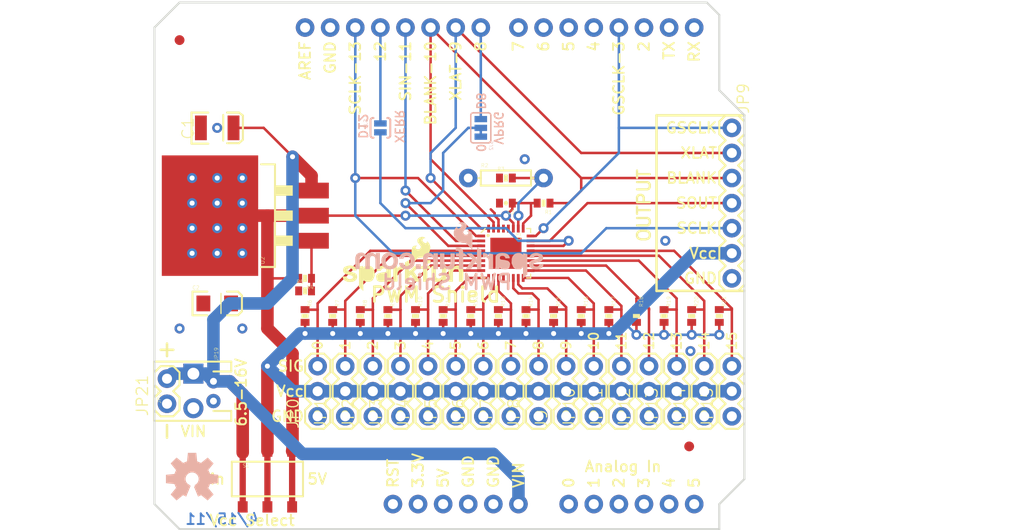
<source format=kicad_pcb>
(kicad_pcb (version 20211014) (generator pcbnew)
  (layers (0 "F.Cu" signal) (31 "B.Cu" signal) (34 "B.Paste" user) (35 "F.Paste" user) (36 "B.SilkS" user "B.Silkscreen") (37 "F.SilkS" user "F.Silkscreen") (38 "B.Mask" user) (39 "F.Mask" user) (44 "Edge.Cuts" user))
  (net 0 "")
  (net 1 "VCC")
  (net 2 "GND")
  (net 3 "N$8")
  (net 4 "SCLK")
  (net 5 "SIN")
  (net 6 "SOUT")
  (net 7 "XLAT")
  (net 8 "GSCLK")
  (net 9 "BLANK")
  (net 10 "XERR")
  (net 11 "OUT0")
  (net 12 "OUT2")
  (net 13 "OUT1")
  (net 14 "OUT3")
  (net 15 "OUT4")
  (net 16 "OUT5")
  (net 17 "OUT6")
  (net 18 "OUT7")
  (net 19 "OUT8")
  (net 20 "OUT9")
  (net 21 "OUT10")
  (net 22 "OUT11")
  (net 23 "OUT12")
  (net 24 "OUT13")
  (net 25 "OUT14")
  (net 26 "OUT15")
  (net 27 "VPRG")
  (net 28 "D8")
  (net 29 "D12")
  (net 30 "VIN")
  (net 31 "N$2")
  (net 32 "5V")
  (footprint "boardEagle:0402-RES" (layer "F.Cu") (at 158.0261 98.6536 180)
    (fp_text reference "R1")
    (fp_text value "10k")
  )
  (footprint "boardEagle:1X03" (layer "F.Cu") (at 143.5481 120.2436 90)
    (fp_text reference "JP3")
    (fp_text value "OUT")
  )
  (footprint "boardEagle:1X03" (layer "F.Cu") (at 168.6941 120.2436 90)
    (fp_text reference "JP12")
    (fp_text value "OUT")
  )
  (footprint "boardEagle:1X03" (layer "F.Cu") (at 160.3121 120.2436 90)
    (fp_text reference "J9")
    (fp_text value "OUT")
  )
  (footprint "boardEagle:EIA3216" (layer "F.Cu") (at 125.0061 108.8136)
    (fp_text reference "C2")
    (fp_text value "10uF")
  )
  (footprint "boardEagle:0402-RES" (layer "F.Cu") (at 154.2161 96.1136)
    (fp_text reference "R3")
    (fp_text value "2.2k")
  )
  (footprint "boardEagle:0402-RES" (layer "F.Cu") (at 133.8961 110.0836 -90)
    (fp_text reference "R6")
    (fp_text value "2.2k")
  )
  (footprint "boardEagle:FIDUCIAL-1X2" (layer "F.Cu") (at 172.7581 123.2916)
    (fp_text reference "JP22" hide)
    (fp_text value "FIDUCIAL1X2" hide)
  )
  (footprint "boardEagle:0402-RES" (layer "F.Cu") (at 153.4541 110.0836 -90)
    (fp_text reference "R13")
    (fp_text value "2.2k")
  )
  (footprint "boardEagle:0402-RES" (layer "F.Cu") (at 147.8661 110.0836 -90)
    (fp_text reference "R11")
    (fp_text value "2.2k")
  )
  (footprint "boardEagle:1X07" (layer "F.Cu") (at 177.0761 91.0336 -90)
    (fp_text reference "JP9")
    (fp_text value "")
  )
  (footprint "boardEagle:SFE-NEW-WEB" (layer "F.Cu") (at 137.7061 107.5436)
    (fp_text reference "JP18" hide)
    (fp_text value "LOGO-SFENW2" hide)
  )
  (footprint "boardEagle:1X03" (layer "F.Cu") (at 163.1061 120.2436 90)
    (fp_text reference "JP10")
    (fp_text value "OUT")
  )
  (footprint "boardEagle:JST-2-PTH" (layer "F.Cu") (at 124.6251 117.7036 90)
    (fp_text reference "JP20")
    (fp_text value "JST")
  )
  (footprint "boardEagle:AXIAL-0.3" (layer "F.Cu") (at 154.2161 96.1136)
    (fp_text reference "R2")
    (fp_text value "R2" hide)
  )
  (footprint "boardEagle:D2PACK_A" (layer "F.Cu") (at 126.2761 99.9236 90)
    (fp_text reference "U2")
    (fp_text value "V_REG_LD1085D2")
  )
  (footprint "boardEagle:AYZ0202" (layer "F.Cu") (at 130.0861 126.5936)
    (fp_text reference "S1")
    (fp_text value "DPDT")
  )
  (footprint "boardEagle:1X03" (layer "F.Cu") (at 151.9301 120.2436 90)
    (fp_text reference "JP6")
    (fp_text value "OUT")
  )
  (footprint "boardEagle:CREATIVE_COMMONS" (layer "F.Cu") (at 123.7361 120.2436)
    (fp_text reference "U$2" hide)
    (fp_text value "CREATIVE_COMMONS" hide)
  )
  (footprint "boardEagle:SCREWTERMINAL-3.5MM-2-NS" (layer "F.Cu") (at 122.5931 115.9256 -90)
    (fp_text reference "JP19")
    (fp_text value "SCREW")
  )
  (footprint "boardEagle:SFE-LOGO-FLAME" (layer "F.Cu") (at 144.6911 104.8766)
    (fp_text reference "JP17" hide)
    (fp_text value "LOGO-SFESK" hide)
  )
  (footprint "boardEagle:0402-RES" (layer "F.Cu") (at 142.2781 110.0836 -90)
    (fp_text reference "R9")
    (fp_text value "2.2k")
  )
  (footprint "boardEagle:1X03" (layer "F.Cu") (at 174.2821 120.2436 90)
    (fp_text reference "JP14")
    (fp_text value "OUT")
  )
  (footprint "boardEagle:1X03" (layer "F.Cu") (at 154.7241 120.2436 90)
    (fp_text reference "JP7")
    (fp_text value "OUT")
  )
  (footprint "boardEagle:0402-RES" (layer "F.Cu") (at 159.0421 110.0836 -90)
    (fp_text reference "R15")
    (fp_text value "2.2k")
  )
  (footprint "boardEagle:0402-RES" (layer "F.Cu") (at 139.4841 110.0836 -90)
    (fp_text reference "R8")
    (fp_text value "2.2k")
  )
  (footprint "boardEagle:DUEMILANOVE_SHIELD_NOLABELS" (layer "F.Cu") (at 118.6561 78.3336 -90)
    (fp_text reference "U1" hide)
    (fp_text value "ARDUINO_SHIELDNOLABELS" hide)
  )
  (footprint "boardEagle:0402-RES" (layer "F.Cu") (at 173.0121 110.0836 -90)
    (fp_text reference "R20")
    (fp_text value "2.2k")
  )
  (footprint "boardEagle:0402-RES" (layer "F.Cu") (at 133.8961 107.5436)
    (fp_text reference "R5")
    (fp_text value "715")
  )
  (footprint "boardEagle:EIA3528" (layer "F.Cu") (at 125.0061 91.0336)
    (fp_text reference "C1")
    (fp_text value "10uF")
  )
  (footprint "boardEagle:0402-RES" (layer "F.Cu") (at 150.6601 110.0836 -90)
    (fp_text reference "R12")
    (fp_text value "2.2k")
  )
  (footprint "boardEagle:1X03" (layer "F.Cu") (at 165.9001 120.2436 90)
    (fp_text reference "JP11")
    (fp_text value "OUT")
  )
  (footprint "boardEagle:0402-RES" (layer "F.Cu") (at 136.6901 110.0836 -90)
    (fp_text reference "R7")
    (fp_text value "2.2k")
  )
  (footprint "boardEagle:0402-CAP" (layer "F.Cu") (at 154.2161 98.6536 180)
    (fp_text reference "C3")
    (fp_text value "0.1uF")
  )
  (footprint "boardEagle:0402-RES" (layer "F.Cu") (at 167.4241 110.0836 -90)
    (fp_text reference "R18")
    (fp_text value "2.2k")
  )
  (footprint "boardEagle:FIDUCIAL-1X2" (layer "F.Cu") (at 121.1961 82.1436)
    (fp_text reference "JP23" hide)
    (fp_text value "FIDUCIAL1X2" hide)
  )
  (footprint "boardEagle:1X03" (layer "F.Cu") (at 146.3421 120.2436 90)
    (fp_text reference "JP4")
    (fp_text value "OUT")
  )
  (footprint "boardEagle:1X03" (layer "F.Cu") (at 140.7541 120.2436 90)
    (fp_text reference "JP2")
    (fp_text value "OUT")
  )
  (footprint "boardEagle:1X03" (layer "F.Cu") (at 171.4881 120.2436 90)
    (fp_text reference "JP13")
    (fp_text value "OUT")
  )
  (footprint "boardEagle:0402-RES" (layer "F.Cu") (at 164.6301 110.0836 -90)
    (fp_text reference "R17")
    (fp_text value "2.2k")
  )
  (footprint "boardEagle:0402-RES" (layer "F.Cu") (at 156.2481 110.0836 -90)
    (fp_text reference "R14")
    (fp_text value "2.2k")
  )
  (footprint "boardEagle:1X03" (layer "F.Cu") (at 135.1661 120.2436 90)
    (fp_text reference "JP0")
    (fp_text value "OUT")
  )
  (footprint "boardEagle:0402-RES" (layer "F.Cu") (at 170.2181 110.0836 -90)
    (fp_text reference "R19")
    (fp_text value "2.2k")
  )
  (footprint "boardEagle:1X03" (layer "F.Cu") (at 177.0761 120.2436 90)
    (fp_text reference "JP15")
    (fp_text value "OUT")
  )
  (footprint "boardEagle:0402-RES" (layer "F.Cu") (at 145.0721 110.0836 -90)
    (fp_text reference "R10")
    (fp_text value "2.2k")
  )
  (footprint "boardEagle:1X03" (layer "F.Cu") (at 157.5181 120.2436 90)
    (fp_text reference "JP8")
    (fp_text value "OUT")
  )
  (footprint "boardEagle:0402-RES" (layer "F.Cu") (at 175.8061 110.0836 -90)
    (fp_text reference "R21")
    (fp_text value "2.2k")
  )
  (footprint "boardEagle:0402-RES" (layer "F.Cu") (at 133.8961 106.2736 180)
    (fp_text reference "R4")
    (fp_text value "240")
  )
  (footprint "boardEagle:1X03" (layer "F.Cu") (at 137.9601 120.2436 90)
    (fp_text reference "JP1")
    (fp_text value "OUT")
  )
  (footprint "boardEagle:1X02" (layer "F.Cu") (at 119.9261 118.9736 90)
    (fp_text reference "JP21")
    (fp_text value "PTH")
  )
  (footprint "boardEagle:QFN-32" (layer "F.Cu") (at 154.2161 103.7336 -90)
    (fp_text reference "U3")
    (fp_text value "TLC5940-RHB")
  )
  (footprint "boardEagle:0402-RES" (layer "F.Cu") (at 161.8361 110.0836 -90)
    (fp_text reference "R16")
    (fp_text value "2.2k")
  )
  (footprint "boardEagle:1X03" (layer "F.Cu") (at 149.1361 120.2436 90)
    (fp_text reference "JP5")
    (fp_text value "OUT")
  )
  (footprint "boardEagle:SJ_2S-NO" (layer "B.Cu") (at 141.5161 91.0336 -90)
    (fp_text reference "SJ1")
    (fp_text value "XERR")
  )
  (footprint "boardEagle:OSHW-LOGO-GO" (layer "B.Cu") (at 122.4661 126.5936 180)
    (fp_text reference "U$1" hide)
    (fp_text value "OSHW-LOGOORB" hide)
  )
  (footprint "boardEagle:SFE-NEW-WEBLOGO" (layer "B.Cu") (at 158.0261 106.2736 180)
    (fp_text reference "JP16" hide)
    (fp_text value "LOGO-SFENEW" hide)
  )
  (footprint "boardEagle:SJ_3" (layer "B.Cu") (at 151.6761 91.0336 90)
    (fp_text reference "SJ2")
    (fp_text value "VPRG")
  )
  (gr_line (start 178.3461 107.5436) (end 169.4561 107.5436) (layer "F.SilkS") (width 0.254))
  (gr_line (start 119.2911 113.5126) (end 120.5611 113.5126) (layer "F.SilkS") (width 0.254))
  (gr_line (start 169.4561 107.5436) (end 169.4561 89.7636) (layer "F.SilkS") (width 0.254))
  (gr_line (start 169.4561 89.7636) (end 178.3461 89.7636) (layer "F.SilkS") (width 0.254))
  (gr_line (start 119.9261 112.8776) (end 119.9261 114.1476) (layer "F.SilkS") (width 0.254))
  (gr_line (start 119.9261 121.1326) (end 119.9261 122.4026) (layer "F.SilkS") (width 0.254))
  (gr_line (start 178.3461 89.7636) (end 178.3461 126.5936) (layer "Edge.Cuts") (width 0.2032))
  (gr_line (start 121.1961 78.3336) (end 174.5361 78.3336) (layer "Edge.Cuts") (width 0.2032))
  (gr_line (start 175.8061 79.6036) (end 175.8061 87.2236) (layer "Edge.Cuts") (width 0.2032))
  (gr_line (start 118.6561 129.1336) (end 118.6561 80.8736) (layer "Edge.Cuts") (width 0.2032))
  (gr_line (start 174.5361 78.3336) (end 175.8061 79.6036) (layer "Edge.Cuts") (width 0.2032))
  (gr_line (start 175.8061 131.6736) (end 121.1961 131.6736) (layer "Edge.Cuts") (width 0.2032))
  (gr_line (start 175.8061 129.1336) (end 175.8061 131.6736) (layer "Edge.Cuts") (width 0.2032))
  (gr_line (start 118.6561 80.8736) (end 121.1961 78.3336) (layer "Edge.Cuts") (width 0.2032))
  (gr_line (start 178.3461 126.5936) (end 175.8061 129.1336) (layer "Edge.Cuts") (width 0.2032))
  (gr_line (start 175.8061 87.2236) (end 178.3461 89.7636) (layer "Edge.Cuts") (width 0.2032))
  (gr_line (start 121.1961 131.6736) (end 118.6561 129.1336) (layer "Edge.Cuts") (width 0.2032))
  (gr_text "4/15/11" (at 129.3241 131.2926) (layer "B.Cu") (effects (font (size 1.0795 1.0795) (thickness 0.1905)) (justify left bottom mirror)))
  (gr_text "XERR" (at 143.9291 89.1286 -90) (layer "B.SilkS") (effects (font (size 0.8636 0.8636) (thickness 0.1524)) (justify right top mirror)))
  (gr_text "0" (at 151.1681 93.5736 -90) (layer "B.SilkS") (effects (font (size 0.8636 0.8636) (thickness 0.1524)) (justify left bottom mirror)))
  (gr_text "VPRG" (at 152.9461 92.8116 -90) (layer "B.SilkS") (effects (font (size 0.8636 0.8636) (thickness 0.1524)) (justify left bottom mirror)))
  (gr_text "D8" (at 151.1681 89.2556 -90) (layer "B.SilkS") (effects (font (size 0.8636 0.8636) (thickness 0.1524)) (justify left bottom mirror)))
  (gr_text "PWM Shield" (at 154.9781 107.5436) (layer "B.SilkS") (effects (font (size 1.5113 1.5113) (thickness 0.2667)) (justify left bottom mirror)))
  (gr_text "D12" (at 140.2461 89.5096 -90) (layer "B.SilkS") (effects (font (size 0.8636 0.8636) (thickness 0.1524)) (justify right top mirror)))
  (gr_text "15" (at 177.6476 113.6396 90) (layer "F.SilkS") (effects (font (size 0.97155 0.97155) (thickness 0.17145)) (justify left bottom)))
  (gr_text "OUTPUT" (at 168.9481 102.7176 90) (layer "F.SilkS") (effects (font (size 1.2954 1.2954) (thickness 0.2286)) (justify left bottom)))
  (gr_text "VIN" (at 121.1961 122.4026) (layer "F.SilkS") (effects (font (size 1.0795 1.0795) (thickness 0.1905)) (justify left bottom)))
  (gr_text "Vin" (at 123.2281 127.2286) (layer "F.SilkS") (effects (font (size 1.0795 1.0795) (thickness 0.1905)) (justify left bottom)))
  (gr_text "5" (at 173.9011 127.6096 90) (layer "F.SilkS") (effects (font (size 1.0795 1.0795) (thickness 0.1905)) (justify left bottom)))
  (gr_text "12" (at 169.2656 113.6396 90) (layer "F.SilkS") (effects (font (size 0.97155 0.97155) (thickness 0.17145)) (justify left bottom)))
  (gr_text "8" (at 151.0411 82.1436 90) (layer "F.SilkS") (effects (font (size 1.0795 1.0795) (thickness 0.1905)) (justify right top)))
  (gr_text "Vcc" (at 175.6791 103.0986) (layer "F.SilkS") (effects (font (size 1.0795 1.0795) (thickness 0.1905)) (justify right top)))
  (gr_text "2" (at 166.2811 127.6096 90) (layer "F.SilkS") (effects (font (size 1.0795 1.0795) (thickness 0.1905)) (justify left bottom)))
  (gr_text "7" (at 154.8511 82.1436 90) (layer "F.SilkS") (effects (font (size 1.0795 1.0795) (thickness 0.1905)) (justify right top)))
  (gr_text "TX" (at 170.0911 82.1436 90) (layer "F.SilkS") (effects (font (size 1.0795 1.0795) (thickness 0.1905)) (justify right top)))
  (gr_text "GND" (at 153.5811 127.6096 90) (layer "F.SilkS") (effects (font (size 1.0795 1.0795) (thickness 0.1905)) (justify left bottom)))
  (gr_text "GND" (at 135.8011 82.1436 90) (layer "F.SilkS") (effects (font (size 1.0795 1.0795) (thickness 0.1905)) (justify right top)))
  (gr_text "RX" (at 172.6311 82.1436 90) (layer "F.SilkS") (effects (font (size 1.0795 1.0795) (thickness 0.1905)) (justify right top)))
  (gr_text "0" (at 135.7376 113.6396 90) (layer "F.SilkS") (effects (font (size 0.97155 0.97155) (thickness 0.17145)) (justify left bottom)))
  (gr_text "Vcc" (at 133.8961 117.0686) (layer "F.SilkS") (effects (font (size 1.0795 1.0795) (thickness 0.1905)) (justify right top)))
  (gr_text "4" (at 162.4711 82.1436 90) (layer "F.SilkS") (effects (font (size 1.0795 1.0795) (thickness 0.1905)) (justify right top)))
  (gr_text "SCLK" (at 175.6791 100.5586) (layer "F.SilkS") (effects (font (size 1.0795 1.0795) (thickness 0.1905)) (justify right top)))
  (gr_text "0" (at 161.2011 127.6096 90) (layer "F.SilkS") (effects (font (size 1.0795 1.0795) (thickness 0.1905)) (justify left bottom)))
  (gr_text "5V" (at 134.0231 127.2286) (layer "F.SilkS") (effects (font (size 1.0795 1.0795) (thickness 0.1905)) (justify left bottom)))
  (gr_text "9" (at 160.8836 113.6396 90) (layer "F.SilkS") (effects (font (size 0.97155 0.97155) (thickness 0.17145)) (justify left bottom)))
  (gr_text "3" (at 168.8211 127.6096 90) (layer "F.SilkS") (effects (font (size 1.0795 1.0795) (thickness 0.1905)) (justify left bottom)))
  (gr_text "XLAT-9" (at 148.5011 82.1436 90) (layer "F.SilkS") (effects (font (size 1.0795 1.0795) (thickness 0.1905)) (justify right top)))
  (gr_text "8" (at 158.0896 113.6396 90) (layer "F.SilkS") (effects (font (size 0.97155 0.97155) (thickness 0.17145)) (justify left bottom)))
  (gr_text "1" (at 163.7411 127.6096 90) (layer "F.SilkS") (effects (font (size 1.0795 1.0795) (thickness 0.1905)) (justify left bottom)))
  (gr_text "BLANK-10" (at 145.9611 82.1436 90) (layer "F.SilkS") (effects (font (size 1.0795 1.0795) (thickness 0.1905)) (justify right top)))
  (gr_text "GSCLK" (at 175.6791 90.3986) (layer "F.SilkS") (effects (font (size 1.0795 1.0795) (thickness 0.1905)) (justify right top)))
  (gr_text "SIN-11" (at 143.4211 82.1436 90) (layer "F.SilkS") (effects (font (size 1.0795 1.0795) (thickness 0.1905)) (justify right top)))
  (gr_text "GSCLK-3" (at 165.0111 82.1436 90) (layer "F.SilkS") (effects (font (size 1.0795 1.0795) (thickness 0.1905)) (justify right top)))
  (gr_text "XLAT" (at 175.6791 92.9386) (layer "F.SilkS") (effects (font (size 1.0795 1.0795) (thickness 0.1905)) (justify right top)))
  (gr_text "13" (at 172.0596 113.6396 90) (layer "F.SilkS") (effects (font (size 0.97155 0.97155) (thickness 0.17145)) (justify left bottom)))
  (gr_text "1" (at 138.5316 113.6396 90) (layer "F.SilkS") (effects (font (size 0.97155 0.97155) (thickness 0.17145)) (justify left bottom)))
  (gr_text "BLANK" (at 175.6791 95.4786) (layer "F.SilkS") (effects (font (size 1.0795 1.0795) (thickness 0.1905)) (justify right top)))
  (gr_text "RST" (at 143.4211 127.6096 90) (layer "F.SilkS") (effects (font (size 1.0795 1.0795) (thickness 0.1905)) (justify left bottom)))
  (gr_text "PWM Shield" (at 140.3731 108.8136) (layer "F.SilkS") (effects (font (size 1.5113 1.5113) (thickness 0.2667)) (justify left bottom)))
  (gr_text "6" (at 157.3911 82.1436 90) (layer "F.SilkS") (effects (font (size 1.0795 1.0795) (thickness 0.1905)) (justify right top)))
  (gr_text "2" (at 141.3256 113.6396 90) (layer "F.SilkS") (effects (font (size 0.97155 0.97155) (thickness 0.17145)) (justify left bottom)))
  (gr_text "GND" (at 133.8961 119.6086) (layer "F.SilkS") (effects (font (size 1.0795 1.0795) (thickness 0.1905)) (justify right top)))
  (gr_text "Vcc Select" (at 124.1171 131.4196) (layer "F.SilkS") (effects (font (size 1.0795 1.0795) (thickness 0.1905)) (justify left bottom)))
  (gr_text "SIG" (at 133.8961 114.5286) (layer "F.SilkS") (effects (font (size 1.0795 1.0795) (thickness 0.1905)) (justify right top)))
  (gr_text "10" (at 163.6776 113.6396 90) (layer "F.SilkS") (effects (font (size 0.97155 0.97155) (thickness 0.17145)) (justify left bottom)))
  (gr_text "SCLK-13" (at 138.3411 82.1436 90) (layer "F.SilkS") (effects (font (size 1.0795 1.0795) (thickness 0.1905)) (justify right top)))
  (gr_text "4" (at 146.9136 113.6396 90) (layer "F.SilkS") (effects (font (size 0.97155 0.97155) (thickness 0.17145)) (justify left bottom)))
  (gr_text "VIN" (at 156.1211 127.6096 90) (layer "F.SilkS") (effects (font (size 1.0795 1.0795) (thickness 0.1905)) (justify left bottom)))
  (gr_text "6" (at 152.5016 113.6396 90) (layer "F.SilkS") (effects (font (size 0.97155 0.97155) (thickness 0.17145)) (justify left bottom)))
  (gr_text "GND" (at 151.0411 127.6096 90) (layer "F.SilkS") (effects (font (size 1.0795 1.0795) (thickness 0.1905)) (justify left bottom)))
  (gr_text "3.3V" (at 145.9611 127.6096 90) (layer "F.SilkS") (effects (font (size 1.0795 1.0795) (thickness 0.1905)) (justify left bottom)))
  (gr_text "5" (at 149.7076 113.6396 90) (layer "F.SilkS") (effects (font (size 0.97155 0.97155) (thickness 0.17145)) (justify left bottom)))
  (gr_text "SOUT" (at 175.6791 98.0186) (layer "F.SilkS") (effects (font (size 1.0795 1.0795) (thickness 0.1905)) (justify right top)))
  (gr_text "11" (at 166.4716 113.6396 90) (layer "F.SilkS") (effects (font (size 0.97155 0.97155) (thickness 0.17145)) (justify left bottom)))
  (gr_text "7" (at 155.2956 113.6396 90) (layer "F.SilkS") (effects (font (size 0.97155 0.97155) (thickness 0.17145)) (justify left bottom)))
  (gr_text "3" (at 144.1196 113.6396 90) (layer "F.SilkS") (effects (font (size 0.97155 0.97155) (thickness 0.17145)) (justify left bottom)))
  (gr_text "5V" (at 148.5011 127.6096 90) (layer "F.SilkS") (effects (font (size 1.0795 1.0795) (thickness 0.1905)) (justify left bottom)))
  (gr_text "5" (at 159.9311 82.1436 90) (layer "F.SilkS") (effects (font (size 1.0795 1.0795) (thickness 0.1905)) (justify right top)))
  (gr_text "12" (at 140.8811 82.1436 90) (layer "F.SilkS") (effects (font (size 1.0795 1.0795) (thickness 0.1905)) (justify right top)))
  (gr_text "AREF" (at 133.2611 82.1436 90) (layer "F.SilkS") (effects (font (size 1.0795 1.0795) (thickness 0.1905)) (justify right top)))
  (gr_text "Analog In" (at 162.0901 125.9586) (layer "F.SilkS") (effects (font (size 1.0795 1.0795) (thickness 0.1905)) (justify left bottom)))
  (gr_text "GND" (at 175.6791 105.6386) (layer "F.SilkS") (effects (font (size 1.0795 1.0795) (thickness 0.1905)) (justify right top)))
  (gr_text "6.5-16V" (at 128.0541 121.3866 90) (layer "F.SilkS") (effects (font (size 1.0795 1.0795) (thickness 0.1905)) (justify left bottom)))
  (gr_text "2" (at 167.5511 82.1436 90) (layer "F.SilkS") (effects (font (size 1.0795 1.0795) (thickness 0.1905)) (justify right top)))
  (gr_text "14" (at 174.8536 113.6396 90) (layer "F.SilkS") (effects (font (size 0.97155 0.97155) (thickness 0.17145)) (justify left bottom)))
  (gr_text "4" (at 171.3611 127.6096 90) (layer "F.SilkS") (effects (font (size 1.0795 1.0795) (thickness 0.1905)) (justify left bottom)))
  (segment (start 130.0861 124.0536) (end 130.0861 123.7686) (width 0.635) (layer "F.Cu") (net 1))
  (segment (start 156.2481 111.8616) (end 156.2481 110.7336) (width 0.254) (layer "F.Cu") (net 1))
  (segment (start 164.6301 111.8616) (end 164.6301 110.7336) (width 0.254) (layer "F.Cu") (net 1))
  (segment (start 130.0861 129.3876) (end 130.0861 124.0536) (width 0.635) (layer "F.Cu") (net 1))
  (segment (start 145.0721 111.8616) (end 145.0721 110.7336) (width 0.254) (layer "F.Cu") (net 1))
  (segment (start 161.8361 111.8616) (end 161.8361 110.7336) (width 0.254) (layer "F.Cu") (net 1))
  (segment (start 133.8961 111.8616) (end 133.8961 110.7336) (width 0.254) (layer "F.Cu") (net 1))
  (segment (start 130.0861 124.0536) (end 130.0861 123.7996) (width 0.635) (layer "F.Cu") (net 1))
  (segment (start 130.0861 123.7686) (end 130.0861 115.1636) (width 1.27) (layer "F.Cu") (net 1))
  (segment (start 173.0121 111.9886) (end 173.0121 110.7336) (width 0.254) (layer "F.Cu") (net 1))
  (segment (start 136.6901 111.8616) (end 136.6901 110.7336) (width 0.254) (layer "F.Cu") (net 1))
  (segment (start 139.4841 111.8616) (end 139.4841 110.7336) (width 0.254) (layer "F.Cu") (net 1))
  (segment (start 159.0421 111.8616) (end 159.0421 110.7336) (width 0.254) (layer "F.Cu") (net 1))
  (segment (start 147.8661 111.8616) (end 147.8661 110.7336) (width 0.254) (layer "F.Cu") (net 1))
  (segment (start 153.4541 111.8616) (end 153.4541 110.7336) (width 0.254) (layer "F.Cu") (net 1))
  (segment (start 175.8061 111.9886) (end 175.8061 110.7336) (width 0.254) (layer "F.Cu") (net 1))
  (segment (start 150.6601 111.8616) (end 150.6601 110.7336) (width 0.254) (layer "F.Cu") (net 1))
  (segment (start 167.4241 111.9886) (end 167.4241 110.7336) (width 0.254) (layer "F.Cu") (net 1))
  (segment (start 142.2781 111.8616) (end 142.2781 110.7336) (width 0.254) (layer "F.Cu") (net 1))
  (segment (start 170.2181 111.9886) (end 170.2181 110.7336) (width 0.254) (layer "F.Cu") (net 1))
  (via (at 139.4841 111.8616) (size 1.016) (drill 0.508) (layers "F.Cu" "B.Cu") (net 1))
  (via (at 175.8061 111.9886) (size 1.016) (drill 0.508) (layers "F.Cu" "B.Cu") (net 1))
  (via (at 159.0421 111.8616) (size 1.016) (drill 0.508) (layers "F.Cu" "B.Cu") (net 1))
  (via (at 150.6601 111.8616) (size 1.016) (drill 0.508) (layers "F.Cu" "B.Cu") (net 1))
  (via (at 156.2481 111.8616) (size 1.016) (drill 0.508) (layers "F.Cu" "B.Cu") (net 1))
  (via (at 164.6301 111.8616) (size 1.016) (drill 0.508) (layers "F.Cu" "B.Cu") (net 1))
  (via (at 161.8361 111.8616) (size 1.016) (drill 0.508) (layers "F.Cu" "B.Cu") (net 1))
  (via (at 133.8961 111.8616) (size 1.016) (drill 0.508) (layers "F.Cu" "B.Cu") (net 1))
  (via (at 130.0861 115.1636) (size 1.016) (drill 0.508) (layers "F.Cu" "B.Cu") (net 1))
  (via (at 142.2781 111.8616) (size 1.016) (drill 0.508) (layers "F.Cu" "B.Cu") (net 1))
  (via (at 173.0121 111.9886) (size 1.016) (drill 0.508) (layers "F.Cu" "B.Cu") (net 1))
  (via (at 136.6901 111.8616) (size 1.016) (drill 0.508) (layers "F.Cu" "B.Cu") (net 1))
  (via (at 145.0721 111.8616) (size 1.016) (drill 0.508) (layers "F.Cu" "B.Cu") (net 1))
  (via (at 147.8661 111.8616) (size 1.016) (drill 0.508) (layers "F.Cu" "B.Cu") (net 1))
  (via (at 170.2181 111.9886) (size 1.016) (drill 0.508) (layers "F.Cu" "B.Cu") (net 1))
  (via (at 153.4541 111.8616) (size 1.016) (drill 0.508) (layers "F.Cu" "B.Cu") (net 1))
  (via (at 167.4241 111.9886) (size 1.016) (drill 0.508) (layers "F.Cu" "B.Cu") (net 1))
  (segment (start 154.7241 117.7036) (end 157.5181 117.7036) (width 1.27) (layer "B.Cu") (net 1))
  (segment (start 133.8961 111.8616) (end 136.6901 111.8616) (width 1.27) (layer "B.Cu") (net 1))
  (segment (start 147.8661 111.8616) (end 150.6601 111.8616) (width 1.27) (layer "B.Cu") (net 1))
  (segment (start 160.3121 117.7036) (end 163.1061 117.7036) (width 1.27) (layer "B.Cu") (net 1))
  (segment (start 142.2781 111.8616) (end 145.0721 111.8616) (width 1.27) (layer "B.Cu") (net 1))
  (segment (start 149.1361 117.7036) (end 151.9301 117.7036) (width 1.27) (layer "B.Cu") (net 1))
  (segment (start 146.3421 117.7036) (end 149.1361 117.7036) (width 1.27) (layer "B.Cu") (net 1))
  (segment (start 151.9301 117.7036) (end 154.7241 117.7036) (width 1.27) (layer "B.Cu") (net 1))
  (segment (start 130.0861 115.1636) (end 133.3881 111.8616) (width 1.27) (layer "B.Cu") (net 1))
  (segment (start 170.2181 111.9886) (end 173.0121 111.9886) (width 0.254) (layer "B.Cu") (net 1))
  (segment (start 174.2821 117.7036) (end 177.0761 117.7036) (width 1.27) (layer "B.Cu") (net 1))
  (segment (start 136.6901 111.8616) (end 139.4841 111.8616) (width 1.27) (layer "B.Cu") (net 1))
  (segment (start 165.9001 117.7036) (end 168.6941 117.7036) (width 1.27) (layer "B.Cu") (net 1))
  (segment (start 130.0861 115.1636) (end 132.6261 117.7036) (width 1.27) (layer "B.Cu") (net 1))
  (segment (start 140.7541 117.7036) (end 143.5481 117.7036) (width 1.27) (layer "B.Cu") (net 1))
  (segment (start 167.4241 111.9886) (end 170.2181 111.9886) (width 0.254) (layer "B.Cu") (net 1))
  (segment (start 139.4841 111.8616) (end 142.2781 111.8616) (width 1.27) (layer "B.Cu") (net 1))
  (segment (start 143.5481 117.7036) (end 146.3421 117.7036) (width 1.27) (layer "B.Cu") (net 1))
  (segment (start 157.5181 117.7036) (end 160.3121 117.7036) (width 1.27) (layer "B.Cu") (net 1))
  (segment (start 137.9601 117.7036) (end 140.7541 117.7036) (width 1.27) (layer "B.Cu") (net 1))
  (segment (start 156.2481 111.8616) (end 159.0421 111.8616) (width 1.27) (layer "B.Cu") (net 1))
  (segment (start 161.8361 111.8616) (end 164.6301 111.8616) (width 1.27) (layer "B.Cu") (net 1))
  (segment (start 166.2176 110.7821) (end 173.2661 103.7336) (width 1.27) (layer "B.Cu") (net 1))
  (segment (start 173.0121 111.9886) (end 175.8061 111.9886) (width 0.254) (layer "B.Cu") (net 1))
  (segment (start 153.4541 111.8616) (end 156.2481 111.8616) (width 1.27) (layer "B.Cu") (net 1))
  (segment (start 163.1061 117.7036) (end 165.9001 117.7036) (width 1.27) (layer "B.Cu") (net 1))
  (segment (start 150.6601 111.8616) (end 153.4541 111.8616) (width 1.27) (layer "B.Cu") (net 1))
  (segment (start 173.2661 103.7336) (end 177.0761 103.7336) (width 1.27) (layer "B.Cu") (net 1))
  (segment (start 133.3881 111.8616) (end 133.8961 111.8616) (width 1.27) (layer "B.Cu") (net 1))
  (segment (start 135.1661 117.7036) (end 137.9601 117.7036) (width 1.27) (layer "B.Cu") (net 1))
  (segment (start 164.6301 111.8616) (end 165.1381 111.8616) (width 1.27) (layer "B.Cu") (net 1))
  (segment (start 166.2176 110.7821) (end 167.4241 111.9886) (width 0.254) (layer "B.Cu") (net 1))
  (segment (start 168.6941 117.7036) (end 171.4881 117.7036) (width 1.27) (layer "B.Cu") (net 1))
  (segment (start 171.4881 117.7036) (end 174.2821 117.7036) (width 1.27) (layer "B.Cu") (net 1))
  (segment (start 159.0421 111.8616) (end 161.8361 111.8616) (width 1.27) (layer "B.Cu") (net 1))
  (segment (start 145.0721 111.8616) (end 147.8661 111.8616) (width 1.27) (layer "B.Cu") (net 1))
  (segment (start 132.6261 117.7036) (end 135.1661 117.7036) (width 1.27) (layer "B.Cu") (net 1))
  (segment (start 165.1381 111.8616) (end 166.2176 110.7821) (width 1.27) (layer "B.Cu") (net 1))
  (segment (start 153.4661 101.2336) (end 153.4661 100.3166) (width 0.254) (layer "F.Cu") (net 2))
  (segment (start 153.4661 100.3166) (end 153.0731 99.9236) (width 0.254) (layer "F.Cu") (net 2))
  (segment (start 153.0731 99.6696) (end 152.6921 99.2886) (width 0.254) (layer "F.Cu") (net 2))
  (segment (start 153.0731 99.9236) (end 153.0731 99.6696) (width 0.254) (layer "F.Cu") (net 2))
  (via (at 121.1961 111.3536) (size 1.016) (drill 0.508) (layers "F.Cu" "B.Cu") (net 2))
  (via (at 127.5461 111.3536) (size 1.016) (drill 0.508) (layers "F.Cu" "B.Cu") (net 2))
  (via (at 172.8851 113.6396) (size 1.016) (drill 0.508) (layers "F.Cu" "B.Cu") (net 2))
  (via (at 170.3451 102.4636) (size 1.016) (drill 0.508) (layers "F.Cu" "B.Cu") (net 2))
  (via (at 156.1211 94.2086) (size 1.016) (drill 0.508) (layers "F.Cu" "B.Cu") (net 2))
  (via (at 125.0061 91.0336) (size 1.016) (drill 0.508) (layers "F.Cu" "B.Cu") (net 2))
  (segment (start 155.4661 99.9436) (end 155.4861 99.9236) (width 0.254) (layer "F.Cu") (net 3))
  (segment (start 158.0261 96.1136) (end 154.8661 96.1136) (width 0.254) (layer "F.Cu") (net 3))
  (segment (start 155.4661 101.2336) (end 155.4661 99.9436) (width 0.254) (layer "F.Cu") (net 3))
  (via (at 155.4861 99.9236) (size 1.016) (drill 0.508) (layers "F.Cu" "B.Cu") (net 3))
  (segment (start 155.4861 99.9236) (end 155.4861 98.6536) (width 0.254) (layer "B.Cu") (net 3))
  (segment (start 155.4861 98.6536) (end 158.0261 96.1136) (width 0.254) (layer "B.Cu") (net 3))
  (segment (start 145.3261 96.1136) (end 151.1961 101.9836) (width 0.254) (layer "F.Cu") (net 4))
  (segment (start 138.9761 96.1136) (end 145.3261 96.1136) (width 0.254) (layer "F.Cu") (net 4))
  (segment (start 151.1961 101.9836) (end 151.7161 101.9836) (width 0.254) (layer "F.Cu") (net 4))
  (via (at 138.9761 96.1136) (size 1.016) (drill 0.508) (layers "F.Cu" "B.Cu") (net 4))
  (segment (start 164.3761 101.1936) (end 177.0761 101.1936) (width 0.254) (layer "B.Cu") (net 4))
  (segment (start 142.7861 103.7336) (end 161.8361 103.7336) (width 0.254) (layer "B.Cu") (net 4))
  (segment (start 142.7861 103.7336) (end 138.9761 99.9236) (width 0.254) (layer "B.Cu") (net 4))
  (segment (start 138.9761 99.9236) (end 138.9761 96.1136) (width 0.254) (layer "B.Cu") (net 4))
  (segment (start 138.9761 96.1136) (end 138.9761 80.8736) (width 0.254) (layer "B.Cu") (net 4))
  (segment (start 161.8361 103.7336) (end 164.3761 101.1936) (width 0.254) (layer "B.Cu") (net 4))
  (segment (start 144.0561 97.3836) (end 149.1561 102.4836) (width 0.254) (layer "F.Cu") (net 5))
  (segment (start 149.1561 102.4836) (end 151.7161 102.4836) (width 0.254) (layer "F.Cu") (net 5))
  (via (at 144.0561 97.3836) (size 1.016) (drill 0.508) (layers "F.Cu" "B.Cu") (net 5))
  (segment (start 144.0561 97.3836) (end 144.0561 80.8736) (width 0.254) (layer "B.Cu") (net 5))
  (segment (start 156.7161 102.4836) (end 158.6411 102.4836) (width 0.254) (layer "F.Cu") (net 6))
  (segment (start 162.4711 98.6536) (end 177.0761 98.6536) (width 0.254) (layer "F.Cu") (net 6))
  (segment (start 158.6411 102.4836) (end 162.4711 98.6536) (width 0.254) (layer "F.Cu") (net 6))
  (segment (start 152.4661 101.2336) (end 151.7161 101.2336) (width 0.254) (layer "F.Cu") (net 7))
  (segment (start 151.0411 82.7786) (end 151.6761 83.4136) (width 0.254) (layer "F.Cu") (net 7))
  (segment (start 149.1361 80.8736) (end 151.0411 82.7786) (width 0.254) (layer "F.Cu") (net 7))
  (segment (start 151.0411 82.7786) (end 161.8361 93.5736) (width 0.254) (layer "F.Cu") (net 7))
  (segment (start 161.8361 93.5736) (end 177.0761 93.5736) (width 0.254) (layer "F.Cu") (net 7))
  (segment (start 151.7161 101.2336) (end 146.5961 96.1136) (width 0.254) (layer "F.Cu") (net 7))
  (via (at 146.5961 96.1136) (size 1.016) (drill 0.508) (layers "F.Cu" "B.Cu") (net 7))
  (segment (start 146.5961 93.5736) (end 149.1361 91.0336) (width 0.254) (layer "B.Cu") (net 7))
  (segment (start 146.5961 96.1136) (end 146.5961 93.5736) (width 0.254) (layer "B.Cu") (net 7))
  (segment (start 149.1361 91.0336) (end 149.1361 80.8736) (width 0.254) (layer "B.Cu") (net 7))
  (segment (start 156.7161 101.9836) (end 157.2361 101.9836) (width 0.254) (layer "F.Cu") (net 8))
  (segment (start 157.2361 101.9836) (end 158.0261 101.1936) (width 0.254) (layer "F.Cu") (net 8))
  (via (at 158.0261 101.1936) (size 1.016) (drill 0.508) (layers "F.Cu" "B.Cu") (net 8))
  (segment (start 158.0261 101.1936) (end 165.6461 93.5736) (width 0.254) (layer "B.Cu") (net 8))
  (segment (start 165.6461 91.0336) (end 177.0761 91.0336) (width 0.254) (layer "B.Cu") (net 8))
  (segment (start 165.6461 91.0336) (end 165.6461 80.8736) (width 0.254) (layer "B.Cu") (net 8))
  (segment (start 165.6461 93.5736) (end 165.6461 91.0336) (width 0.254) (layer "B.Cu") (net 8))
  (segment (start 152.9661 100.5786) (end 146.5961 94.2086) (width 0.254) (layer "F.Cu") (net 9))
  (segment (start 160.5661 98.6536) (end 158.6761 98.6536) (width 0.254) (layer "F.Cu") (net 9))
  (segment (start 161.8361 97.3836) (end 160.5661 98.6536) (width 0.254) (layer "F.Cu") (net 9))
  (segment (start 146.5961 94.2086) (end 146.5961 80.8736) (width 0.254) (layer "F.Cu") (net 9))
  (segment (start 161.8361 96.1136) (end 177.0761 96.1136) (width 0.254) (layer "F.Cu") (net 9))
  (segment (start 146.5961 80.8736) (end 161.8361 96.1136) (width 0.254) (layer "F.Cu") (net 9))
  (segment (start 152.9661 101.2336) (end 152.9661 100.5786) (width 0.254) (layer "F.Cu") (net 9))
  (segment (start 161.8361 96.1136) (end 161.8361 97.3836) (width 0.254) (layer "F.Cu") (net 9))
  (segment (start 160.0461 102.9836) (end 156.7161 102.9836) (width 0.254) (layer "F.Cu") (net 10))
  (segment (start 160.5661 102.4636) (end 160.0461 102.9836) (width 0.254) (layer "F.Cu") (net 10))
  (via (at 160.5661 102.4636) (size 1.016) (drill 0.508) (layers "F.Cu" "B.Cu") (net 10))
  (segment (start 154.2161 101.1936) (end 155.4861 102.4636) (width 0.254) (layer "B.Cu") (net 10))
  (segment (start 155.4861 102.4636) (end 160.5661 102.4636) (width 0.254) (layer "B.Cu") (net 10))
  (segment (start 144.0561 101.1936) (end 141.5161 98.6536) (width 0.254) (layer "B.Cu") (net 10))
  (segment (start 141.5161 98.6536) (end 141.5161 91.4836) (width 0.254) (layer "B.Cu") (net 10))
  (segment (start 144.0561 101.1936) (end 154.2161 101.1936) (width 0.254) (layer "B.Cu") (net 10))
  (segment (start 133.9111 109.4486) (end 133.8961 109.4336) (width 0.254) (layer "F.Cu") (net 11))
  (segment (start 135.1661 109.4486) (end 135.1661 108.8136) (width 0.254) (layer "F.Cu") (net 11))
  (segment (start 135.1661 109.4486) (end 135.1511 109.4336) (width 0.254) (layer "F.Cu") (net 11))
  (segment (start 140.4961 103.4836) (end 151.7161 103.4836) (width 0.254) (layer "F.Cu") (net 11))
  (segment (start 135.1661 108.8136) (end 140.4961 103.4836) (width 0.254) (layer "F.Cu") (net 11))
  (segment (start 135.1661 109.4486) (end 133.9111 109.4486) (width 0.254) (layer "F.Cu") (net 11))
  (segment (start 135.1661 115.1636) (end 135.1661 109.4486) (width 0.254) (layer "F.Cu") (net 11))
  (segment (start 140.7541 109.4486) (end 140.7391 109.4336) (width 0.254) (layer "F.Cu") (net 12))
  (segment (start 140.7541 115.1636) (end 140.7541 109.4486) (width 0.254) (layer "F.Cu") (net 12))
  (segment (start 140.7541 108.3056) (end 144.5761 104.4836) (width 0.254) (layer "F.Cu") (net 12))
  (segment (start 140.7541 109.4486) (end 140.7541 108.3056) (width 0.254) (layer "F.Cu") (net 12))
  (segment (start 144.5761 104.4836) (end 151.7161 104.4836) (width 0.254) (layer "F.Cu") (net 12))
  (segment (start 140.7541 109.4486) (end 139.4991 109.4486) (width 0.254) (layer "F.Cu") (net 12))
  (segment (start 139.4991 109.4486) (end 139.4841 109.4336) (width 0.254) (layer "F.Cu") (net 12))
  (segment (start 140.8811 105.6386) (end 141.5161 105.0036) (width 0.254) (layer "F.Cu") (net 13))
  (segment (start 137.9601 109.4486) (end 137.9601 108.5596) (width 0.254) (layer "F.Cu") (net 13))
  (segment (start 142.5361 103.9836) (end 151.7161 103.9836) (width 0.254) (layer "F.Cu") (net 13))
  (segment (start 137.9601 115.1636) (end 137.9601 109.4486) (width 0.254) (layer "F.Cu") (net 13))
  (segment (start 140.8811 105.6386) (end 142.5361 103.9836) (width 0.254) (layer "F.Cu") (net 13))
  (segment (start 137.9601 109.4486) (end 137.9451 109.4336) (width 0.254) (layer "F.Cu") (net 13))
  (segment (start 137.9451 109.4336) (end 136.6901 109.4336) (width 0.254) (layer "F.Cu") (net 13))
  (segment (start 137.9601 108.5596) (end 140.8811 105.6386) (width 0.254) (layer "F.Cu") (net 13))
  (segment (start 143.5481 109.4486) (end 143.5331 109.4336) (width 0.254) (layer "F.Cu") (net 14))
  (segment (start 143.5481 108.0516) (end 146.6161 104.9836) (width 0.254) (layer "F.Cu") (net 14))
  (segment (start 146.6161 104.9836) (end 151.7161 104.9836) (width 0.254) (layer "F.Cu") (net 14))
  (segment (start 143.5481 109.4486) (end 143.5481 108.0516) (width 0.254) (layer "F.Cu") (net 14))
  (segment (start 142.2931 109.4486) (end 142.2781 109.4336) (width 0.254) (layer "F.Cu") (net 14))
  (segment (start 143.5481 115.1636) (end 143.5481 109.4486) (width 0.254) (layer "F.Cu") (net 14))
  (segment (start 143.5481 109.4486) (end 142.2931 109.4486) (width 0.254) (layer "F.Cu") (net 14))
  (segment (start 146.3271 109.4336) (end 145.0721 109.4336) (width 0.254) (layer "F.Cu") (net 15))
  (segment (start 146.3421 109.4486) (end 146.3421 107.7976) (width 0.254) (layer "F.Cu") (net 15))
  (segment (start 146.3421 109.4486) (end 146.3271 109.4336) (width 0.254) (layer "F.Cu") (net 15))
  (segment (start 146.3421 115.1636) (end 146.3421 109.4486) (width 0.254) (layer "F.Cu") (net 15))
  (segment (start 148.6561 105.4836) (end 151.7161 105.4836) (width 0.254) (layer "F.Cu") (net 15))
  (segment (start 146.3421 107.7976) (end 148.6561 105.4836) (width 0.254) (layer "F.Cu") (net 15))
  (segment (start 149.1361 115.1636) (end 149.1361 109.4486) (width 0.254) (layer "F.Cu") (net 16))
  (segment (start 149.1211 109.4336) (end 147.8661 109.4336) (width 0.254) (layer "F.Cu") (net 16))
  (segment (start 149.1361 107.5436) (end 150.4461 106.2336) (width 0.254) (layer "F.Cu") (net 16))
  (segment (start 150.4461 106.2336) (end 152.4661 106.2336) (width 0.254) (layer "F.Cu") (net 16))
  (segment (start 149.1361 109.4486) (end 149.1361 107.5436) (width 0.254) (layer "F.Cu") (net 16))
  (segment (start 149.1361 109.4486) (end 149.1211 109.4336) (width 0.254) (layer "F.Cu") (net 16))
  (segment (start 152.9661 107.5236) (end 152.9661 106.2336) (width 0.254) (layer "F.Cu") (net 17))
  (segment (start 151.9151 109.4336) (end 150.6601 109.4336) (width 0.254) (layer "F.Cu") (net 17))
  (segment (start 151.9301 109.4486) (end 151.9151 109.4336) (width 0.254) (layer "F.Cu") (net 17))
  (segment (start 151.9301 109.4486) (end 151.9301 108.5596) (width 0.254) (layer "F.Cu") (net 17))
  (segment (start 151.9301 115.1636) (end 151.9301 109.4486) (width 0.254) (layer "F.Cu") (net 17))
  (segment (start 151.9301 108.5596) (end 152.9661 107.5236) (width 0.254) (layer "F.Cu") (net 17))
  (segment (start 154.7091 109.4336) (end 153.4541 109.4336) (width 0.254) (layer "F.Cu") (net 18))
  (segment (start 154.7241 109.4486) (end 154.7091 109.4336) (width 0.254) (layer "F.Cu") (net 18))
  (segment (start 153.4661 107.5556) (end 153.4661 106.2336) (width 0.254) (layer "F.Cu") (net 18))
  (segment (start 154.7241 115.1636) (end 154.7241 109.4486) (width 0.254) (layer "F.Cu") (net 18))
  (segment (start 154.7241 109.4486) (end 154.7241 108.8136) (width 0.254) (layer "F.Cu") (net 18))
  (segment (start 154.7241 108.8136) (end 153.4661 107.5556) (width 0.254) (layer "F.Cu") (net 18))
  (segment (start 157.5181 115.1636) (end 157.5181 109.4486) (width 0.254) (layer "F.Cu") (net 19))
  (segment (start 157.5031 109.4336) (end 156.2481 109.4336) (width 0.254) (layer "F.Cu") (net 19))
  (segment (start 157.5181 108.4326) (end 156.8831 107.7976) (width 0.254) (layer "F.Cu") (net 19))
  (segment (start 156.8831 107.7976) (end 155.4861 107.7976) (width 0.254) (layer "F.Cu") (net 19))
  (segment (start 154.9661 107.2776) (end 154.9661 106.2336) (width 0.254) (layer "F.Cu") (net 19))
  (segment (start 157.5181 109.4486) (end 157.5031 109.4336) (width 0.254) (layer "F.Cu") (net 19))
  (segment (start 157.5181 109.4486) (end 157.5181 108.4326) (width 0.254) (layer "F.Cu") (net 19))
  (segment (start 155.4861 107.7976) (end 154.9661 107.2776) (width 0.254) (layer "F.Cu") (net 19))
  (segment (start 160.2971 109.4336) (end 159.0421 109.4336) (width 0.254) (layer "F.Cu") (net 20))
  (segment (start 160.3121 109.1946) (end 158.4071 107.2896) (width 0.254) (layer "F.Cu") (net 20))
  (segment (start 160.3121 109.4486) (end 160.2971 109.4336) (width 0.254) (layer "F.Cu") (net 20))
  (segment (start 160.3121 109.4486) (end 160.3121 109.1946) (width 0.254) (layer "F.Cu") (net 20))
  (segment (start 160.3121 115.1636) (end 160.3121 109.4486) (width 0.254) (layer "F.Cu") (net 20))
  (segment (start 155.4661 106.8886) (end 155.4661 106.2336) (width 0.254) (layer "F.Cu") (net 20))
  (segment (start 155.8671 107.2896) (end 155.4661 106.8886) (width 0.254) (layer "F.Cu") (net 20))
  (segment (start 158.4071 107.2896) (end 155.8671 107.2896) (width 0.254) (layer "F.Cu") (net 20))
  (segment (start 160.5261 106.2336) (end 155.9661 106.2336) (width 0.254) (layer "F.Cu") (net 21))
  (segment (start 163.1061 109.4486) (end 163.0911 109.4336) (width 0.254) (layer "F.Cu") (net 21))
  (segment (start 163.1061 108.8136) (end 160.5261 106.2336) (width 0.254) (layer "F.Cu") (net 21))
  (segment (start 163.1061 115.1636) (end 163.1061 109.4486) (width 0.254) (layer "F.Cu") (net 21))
  (segment (start 163.0911 109.4336) (end 161.8361 109.4336) (width 0.254) (layer "F.Cu") (net 21))
  (segment (start 163.1061 109.4486) (end 163.1061 108.8136) (width 0.254) (layer "F.Cu") (net 21))
  (segment (start 165.9001 109.4486) (end 165.9001 109.0676) (width 0.254) (layer "F.Cu") (net 22))
  (segment (start 165.9001 109.0676) (end 162.3161 105.4836) (width 0.254) (layer "F.Cu") (net 22))
  (segment (start 165.9001 109.4486) (end 165.8851 109.4336) (width 0.254) (layer "F.Cu") (net 22))
  (segment (start 165.8851 109.4336) (end 164.6301 109.4336) (width 0.254) (layer "F.Cu") (net 22))
  (segment (start 162.3161 105.4836) (end 156.7161 105.4836) (width 0.254) (layer "F.Cu") (net 22))
  (segment (start 165.9001 115.1636) (end 165.9001 109.4486) (width 0.254) (layer "F.Cu") (net 22))
  (segment (start 167.5511 108.1786) (end 167.4241 108.3056) (width 0.254) (layer "F.Cu") (net 23))
  (segment (start 168.6941 109.4486) (end 168.6941 115.1636) (width 0.254) (layer "F.Cu") (net 23))
  (segment (start 168.6941 109.4486) (end 168.6791 109.4336) (width 0.254) (layer "F.Cu") (net 23))
  (segment (start 168.6941 109.3216) (end 168.6941 109.4486) (width 0.254) (layer "F.Cu") (net 23))
  (segment (start 156.7161 104.9836) (end 164.3561 104.9836) (width 0.254) (layer "F.Cu") (net 23))
  (segment (start 164.3561 104.9836) (end 167.5511 108.1786) (width 0.254) (layer "F.Cu") (net 23))
  (segment (start 167.4241 108.3056) (end 167.4241 109.4336) (width 0.254) (layer "F.Cu") (net 23))
  (segment (start 167.5511 108.1786) (end 168.6941 109.3216) (width 0.254) (layer "F.Cu") (net 23))
  (segment (start 156.7161 104.4836) (end 167.6661 104.4836) (width 0.254) (layer "F.Cu") (net 24))
  (segment (start 171.4731 109.4336) (end 170.2181 109.4336) (width 0.254) (layer "F.Cu") (net 24))
  (segment (start 171.4881 108.3056) (end 171.4881 109.4486) (width 0.254) (layer "F.Cu") (net 24))
  (segment (start 171.4881 109.4486) (end 171.4731 109.4336) (width 0.254) (layer "F.Cu") (net 24))
  (segment (start 167.6661 104.4836) (end 171.4881 108.3056) (width 0.254) (layer "F.Cu") (net 24))
  (segment (start 171.4881 109.4486) (end 171.4881 115.1636) (width 0.254) (layer "F.Cu") (net 24))
  (segment (start 174.2821 109.4486) (end 174.2671 109.4336) (width 0.254) (layer "F.Cu") (net 25))
  (segment (start 156.7161 103.9836) (end 169.7061 103.9836) (width 0.254) (layer "F.Cu") (net 25))
  (segment (start 174.2671 109.4336) (end 173.0121 109.4336) (width 0.254) (layer "F.Cu") (net 25))
  (segment (start 174.2821 108.5596) (end 174.2821 109.4486) (width 0.254) (layer "F.Cu") (net 25))
  (segment (start 174.2821 109.4486) (end 174.2821 115.1636) (width 0.254) (layer "F.Cu") (net 25))
  (segment (start 169.7061 103.9836) (end 174.2821 108.5596) (width 0.254) (layer "F.Cu") (net 25))
  (segment (start 171.2381 103.4836) (end 177.0761 109.3216) (width 0.254) (layer "F.Cu") (net 26))
  (segment (start 177.0611 109.4336) (end 175.8061 109.4336) (width 0.254) (layer "F.Cu") (net 26))
  (segment (start 177.0761 109.4486) (end 177.0761 115.1636) (width 0.254) (layer "F.Cu") (net 26))
  (segment (start 177.0761 109.3216) (end 177.0761 109.4486) (width 0.254) (layer "F.Cu") (net 26))
  (segment (start 156.7161 103.4836) (end 171.2381 103.4836) (width 0.254) (layer "F.Cu") (net 26))
  (segment (start 177.0761 109.4486) (end 177.0611 109.4336) (width 0.254) (layer "F.Cu") (net 26))
  (segment (start 148.3861 102.9836) (end 151.7161 102.9836) (width 0.254) (layer "F.Cu") (net 27))
  (segment (start 148.3861 102.9836) (end 144.0561 98.6536) (width 0.254) (layer "F.Cu") (net 27))
  (via (at 144.0561 98.6536) (size 1.016) (drill 0.508) (layers "F.Cu" "B.Cu") (net 27))
  (segment (start 147.8661 93.5736) (end 150.4061 91.0336) (width 0.254) (layer "B.Cu") (net 27))
  (segment (start 144.0561 98.6536) (end 146.5961 98.6536) (width 0.254) (layer "B.Cu") (net 27))
  (segment (start 146.5961 98.6536) (end 147.8661 97.3836) (width 0.254) (layer "B.Cu") (net 27))
  (segment (start 147.8661 97.3836) (end 147.8661 93.5736) (width 0.254) (layer "B.Cu") (net 27))
  (segment (start 150.4061 91.0336) (end 151.6761 91.0336) (width 0.254) (layer "B.Cu") (net 27))
  (segment (start 151.6761 91.0336) (end 151.6761 91.9226) (width 0.254) (layer "B.Cu") (net 27))
  (segment (start 151.6761 90.1446) (end 151.6761 80.8736) (width 0.254) (layer "B.Cu") (net 28))
  (segment (start 141.5161 90.5836) (end 141.5161 80.8736) (width 0.254) (layer "B.Cu") (net 29))
  (segment (start 127.5861 129.3876) (end 127.5861 123.9266) (width 0.635) (layer "F.Cu") (net 30))
  (segment (start 134.5511 95.8796) (end 134.5511 97.3836) (width 1.27) (layer "F.Cu") (net 30))
  (segment (start 127.5861 118.0136) (end 126.2761 116.7036) (width 1.27) (layer "F.Cu") (net 30))
  (segment (start 126.2761 116.7036) (end 124.6251 116.7036) (width 1.27) (layer "F.Cu") (net 30))
  (segment (start 132.6261 93.9546) (end 129.7051 91.0336) (width 0.254) (layer "F.Cu") (net 30))
  (segment (start 129.7051 91.0336) (end 126.6561 91.0336) (width 0.254) (layer "F.Cu") (net 30))
  (segment (start 127.5861 123.9266) (end 127.5861 123.7686) (width 1.27) (layer "F.Cu") (net 30))
  (segment (start 132.6261 93.9546) (end 134.5511 95.8796) (width 1.27) (layer "F.Cu") (net 30))
  (segment (start 127.5861 123.7686) (end 127.5861 118.0136) (width 1.27) (layer "F.Cu") (net 30))
  (via (at 132.6261 93.9546) (size 1.016) (drill 0.508) (layers "F.Cu" "B.Cu") (net 30))
  (segment (start 130.0861 108.8136) (end 132.6261 106.2736) (width 1.27) (layer "B.Cu") (net 30))
  (segment (start 124.6251 110.4646) (end 126.2761 108.8136) (width 1.27) (layer "B.Cu") (net 30))
  (segment (start 152.9461 124.0536) (end 155.4861 126.5936) (width 1.27) (layer "B.Cu") (net 30))
  (segment (start 124.6251 116.7036) (end 126.2761 116.7036) (width 1.27) (layer "B.Cu") (net 30))
  (segment (start 120.4341 115.9256) (end 119.9261 116.4336) (width 1.27) (layer "B.Cu") (net 30))
  (segment (start 123.8471 115.9256) (end 122.5931 115.9256) (width 1.27) (layer "B.Cu") (net 30))
  (segment (start 132.6261 106.2736) (end 132.6261 93.9546) (width 1.27) (layer "B.Cu") (net 30))
  (segment (start 155.4861 126.5936) (end 155.4861 129.1336) (width 1.27) (layer "B.Cu") (net 30))
  (segment (start 133.6261 124.0536) (end 152.9461 124.0536) (width 1.27) (layer "B.Cu") (net 30))
  (segment (start 124.6251 116.7036) (end 124.6251 110.4646) (width 1.27) (layer "B.Cu") (net 30))
  (segment (start 126.2761 108.8136) (end 130.0861 108.8136) (width 1.27) (layer "B.Cu") (net 30))
  (segment (start 126.2761 116.7036) (end 133.6261 124.0536) (width 1.27) (layer "B.Cu") (net 30))
  (segment (start 122.5931 115.9256) (end 120.4341 115.9256) (width 1.27) (layer "B.Cu") (net 30))
  (segment (start 124.6251 116.7036) (end 123.8471 115.9256) (width 1.27) (layer "B.Cu") (net 30))
  (segment (start 134.5461 107.5436) (end 134.5461 106.2736) (width 0.254) (layer "F.Cu") (net 31))
  (segment (start 134.5461 106.2736) (end 134.5461 102.4686) (width 0.254) (layer "F.Cu") (net 31))
  (segment (start 134.5461 102.4686) (end 134.5511 102.4636) (width 0.254) (layer "F.Cu") (net 31))
  (segment (start 130.0861 99.9236) (end 125.0061 99.9236) (width 1.27) (layer "F.Cu") (net 32))
  (segment (start 154.2161 99.9236) (end 154.8661 99.2736) (width 0.254) (layer "F.Cu") (net 32))
  (segment (start 132.5861 123.7686) (end 132.6261 123.7286) (width 1.27) (layer "F.Cu") (net 32))
  (segment (start 130.0861 111.3536) (end 130.0861 108.8136) (width 1.27) (layer "F.Cu") (net 32))
  (segment (start 154.9661 100.6736) (end 154.9661 101.2336) (width 0.254) (layer "F.Cu") (net 32))
  (segment (start 125.0061 99.9236) (end 124.2761 99.9236) (width 0.762) (layer "F.Cu") (net 32))
  (segment (start 155.9661 100.7136) (end 155.9661 101.2336) (width 0.254) (layer "F.Cu") (net 32))
  (segment (start 154.2161 99.9236) (end 154.9661 100.6736) (width 0.254) (layer "F.Cu") (net 32))
  (segment (start 132.6261 123.7286) (end 132.6261 113.8936) (width 1.27) (layer "F.Cu") (net 32))
  (segment (start 156.7561 99.9236) (end 155.9661 100.7136) (width 0.254) (layer "F.Cu") (net 32))
  (segment (start 125.0061 99.9236) (end 125.0061 101.1936) (width 0.254) (layer "F.Cu") (net 32))
  (segment (start 154.8661 99.2736) (end 154.8661 98.6536) (width 0.254) (layer "F.Cu") (net 32))
  (segment (start 130.0861 106.2736) (end 133.2461 106.2736) (width 0.254) (layer "F.Cu") (net 32))
  (segment (start 132.6261 113.8936) (end 130.0861 111.3536) (width 1.27) (layer "F.Cu") (net 32))
  (segment (start 156.7561 98.6536) (end 157.3761 98.6536) (width 0.254) (layer "F.Cu") (net 32))
  (segment (start 156.7561 98.6536) (end 156.7561 99.9236) (width 0.254) (layer "F.Cu") (net 32))
  (segment (start 130.0861 108.8136) (end 130.0861 99.9236) (width 1.27) (layer "F.Cu") (net 32))
  (segment (start 130.0861 99.9236) (end 135.1661 99.9236) (width 1.27) (layer "F.Cu") (net 32))
  (segment (start 130.0861 108.8136) (end 126.4061 108.8136) (width 0.254) (layer "F.Cu") (net 32))
  (segment (start 132.5861 129.3876) (end 132.5861 123.7686) (width 0.635) (layer "F.Cu") (net 32))
  (segment (start 135.1661 99.9236) (end 134.5511 99.9236) (width 0.254) (layer "F.Cu") (net 32))
  (segment (start 135.1661 99.9236) (end 144.0561 99.9236) (width 0.254) (layer "F.Cu") (net 32))
  (segment (start 154.8661 98.6536) (end 156.7561 98.6536) (width 0.254) (layer "F.Cu") (net 32))
  (via (at 122.4661 98.6536) (size 1.016) (drill 0.508) (layers "F.Cu" "B.Cu") (net 32))
  (via (at 125.0061 98.6536) (size 1.016) (drill 0.508) (layers "F.Cu" "B.Cu") (net 32))
  (via (at 122.4661 101.1936) (size 1.016) (drill 0.508) (layers "F.Cu" "B.Cu") (net 32))
  (via (at 122.4661 96.1136) (size 1.016) (drill 0.508) (layers "F.Cu" "B.Cu") (net 32))
  (via (at 127.5461 101.1936) (size 1.016) (drill 0.508) (layers "F.Cu" "B.Cu") (net 32))
  (via (at 127.5461 103.7336) (size 1.016) (drill 0.508) (layers "F.Cu" "B.Cu") (net 32))
  (via (at 125.0061 96.1136) (size 1.016) (drill 0.508) (layers "F.Cu" "B.Cu") (net 32))
  (via (at 122.4661 103.7336) (size 1.016) (drill 0.508) (layers "F.Cu" "B.Cu") (net 32))
  (via (at 127.5461 96.1136) (size 1.016) (drill 0.508) (layers "F.Cu" "B.Cu") (net 32))
  (via (at 154.2161 99.9236) (size 1.016) (drill 0.508) (layers "F.Cu" "B.Cu") (net 32))
  (via (at 127.5461 98.6536) (size 1.016) (drill 0.508) (layers "F.Cu" "B.Cu") (net 32))
  (via (at 125.0061 103.7336) (size 1.016) (drill 0.508) (layers "F.Cu" "B.Cu") (net 32))
  (via (at 144.0561 99.9236) (size 1.016) (drill 0.508) (layers "F.Cu" "B.Cu") (net 32))
  (via (at 125.0061 101.1936) (size 1.016) (drill 0.508) (layers "F.Cu" "B.Cu") (net 32))
  (segment (start 144.0561 99.9236) (end 154.2161 99.9236) (width 0.254) (layer "B.Cu") (net 32))
)
</source>
